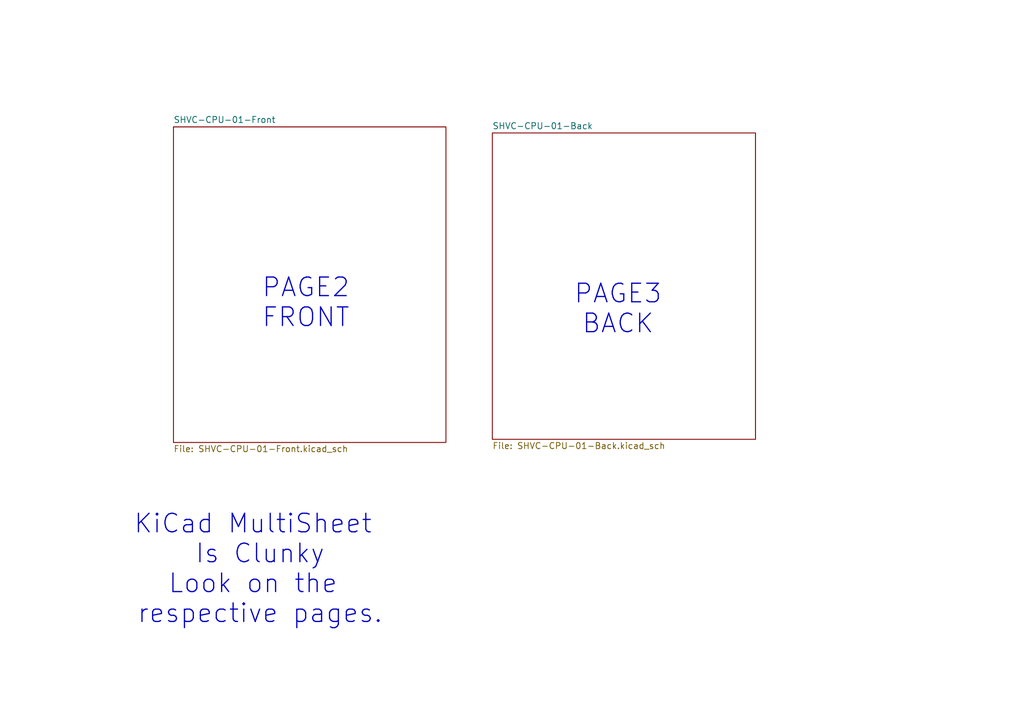
<source format=kicad_sch>
(kicad_sch
	(version 20250114)
	(generator "eeschema")
	(generator_version "9.0")
	(uuid "c2897ebe-3c48-4c40-b48f-930de0e12f39")
	(paper "A5")
	(title_block
		(title "SHVC-CPU-01")
		(date "2025-05-18")
		(rev "A")
		(company "License: CERN-OHL-S")
		(comment 1 "This Document Is Not Endorsed By Nintendo")
		(comment 2 "Documented by starlightk7 for Repair Usage")
		(comment 3 "Originally Designed By Nintendo")
		(comment 4 "Used In Launch Super Famicoms and SNES Units")
	)
	(lib_symbols)
	(text "PAGE2\nFRONT\n"
		(exclude_from_sim no)
		(at 62.738 62.23 0)
		(effects
			(font
				(size 3.81 3.81)
				(thickness 0.254)
				(bold yes)
			)
		)
		(uuid "2140a108-816a-4d07-a643-7e1f178047f4")
	)
	(text "PAGE3\nBACK"
		(exclude_from_sim no)
		(at 126.746 63.5 0)
		(effects
			(font
				(size 3.81 3.81)
				(thickness 0.254)
				(bold yes)
			)
		)
		(uuid "60531f0d-7dd5-4677-a359-44fad797dd28")
	)
	(text "KiCad MultiSheet \nIs Clunky\nLook on the \nrespective pages."
		(exclude_from_sim no)
		(at 53.34 116.84 0)
		(effects
			(font
				(size 3.81 3.81)
				(thickness 0.254)
				(bold yes)
			)
		)
		(uuid "f83f7229-008e-4c41-b2e1-91437c022109")
	)
	(sheet
		(at 100.965 27.305)
		(size 53.975 62.865)
		(exclude_from_sim no)
		(in_bom yes)
		(on_board yes)
		(dnp no)
		(fields_autoplaced yes)
		(stroke
			(width 0.1524)
			(type solid)
		)
		(fill
			(color 0 0 0 0.0000)
		)
		(uuid "3b0b9f7f-959d-41ca-9f9e-2c4d1e1fe924")
		(property "Sheetname" "SHVC-CPU-01-Back"
			(at 100.965 26.5934 0)
			(effects
				(font
					(size 1.27 1.27)
				)
				(justify left bottom)
			)
		)
		(property "Sheetfile" "SHVC-CPU-01-Back.kicad_sch"
			(at 100.965 90.7546 0)
			(effects
				(font
					(size 1.27 1.27)
				)
				(justify left top)
			)
		)
		(instances
			(project "SHVC-CPU-01"
				(path "/c2897ebe-3c48-4c40-b48f-930de0e12f39"
					(page "2")
				)
			)
		)
	)
	(sheet
		(at 35.56 26.035)
		(size 55.88 64.77)
		(exclude_from_sim no)
		(in_bom yes)
		(on_board yes)
		(dnp no)
		(fields_autoplaced yes)
		(stroke
			(width 0.1524)
			(type solid)
		)
		(fill
			(color 0 0 0 0.0000)
		)
		(uuid "b6951f6b-873b-4e50-93cd-9bdf56af0337")
		(property "Sheetname" "SHVC-CPU-01-Front"
			(at 35.56 25.3234 0)
			(effects
				(font
					(size 1.27 1.27)
				)
				(justify left bottom)
			)
		)
		(property "Sheetfile" "SHVC-CPU-01-Front.kicad_sch"
			(at 35.56 91.3896 0)
			(effects
				(font
					(size 1.27 1.27)
				)
				(justify left top)
			)
		)
		(instances
			(project "SHVC-CPU-01"
				(path "/c2897ebe-3c48-4c40-b48f-930de0e12f39"
					(page "1")
				)
			)
		)
	)
	(sheet_instances
		(path "/"
			(page "1")
		)
	)
	(embedded_fonts no)
)

</source>
